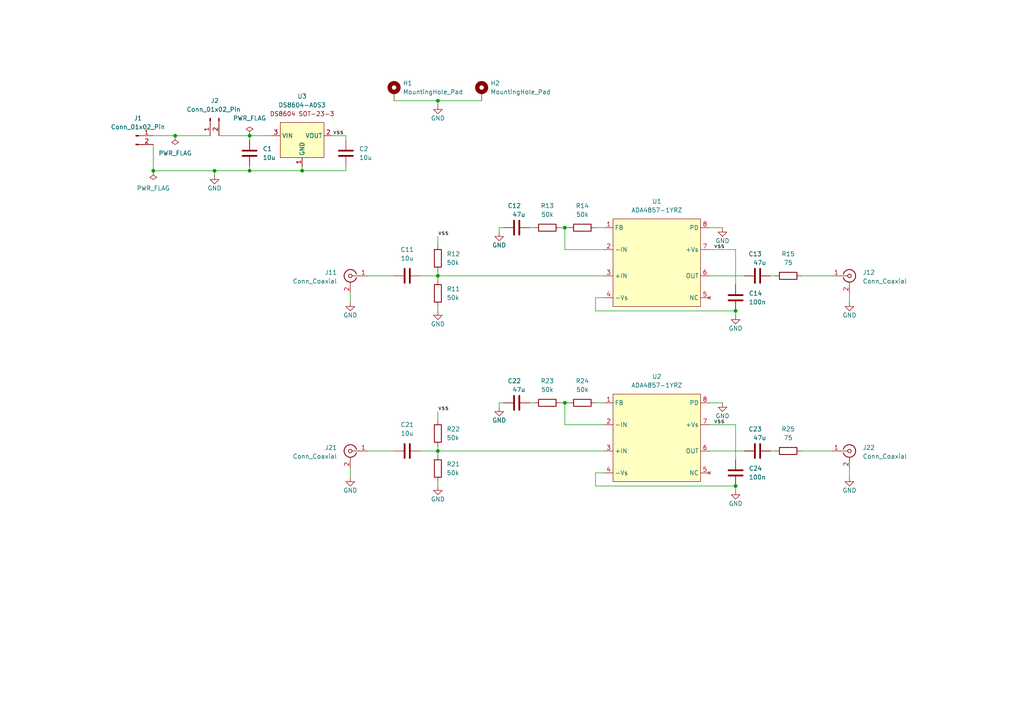
<source format=kicad_sch>
(kicad_sch (version 20230121) (generator eeschema)
  (paper "A4")
  (title_block (title "VHS ADA4857 Amp") (date "2024-01-03") (rev "A") (company "Rene Wolf") (comment 1 "CC BY-SA 4.0"))
  (lib_symbols
    (symbol "Connector:Conn_01x02_Pin" (pin_names (offset 1.016) hide)
      (property "Reference" "J" (at 0 2.54 0))
      (property "Value" "Conn_01x02_Pin" (at 0 -5.08 0))
      (symbol "Conn_01x02_Pin_1_1"
        (polyline (pts (xy 1.27 -2.54) (xy 0.8636 -2.54)) (stroke (width 0.1524)))
        (polyline (pts (xy 1.27 0) (xy 0.8636 0)) (stroke (width 0.1524)))
        (rectangle (start 0.8636 -2.413) (end 0 -2.667) (stroke (width 0.1524)) (fill (type outline)))
        (rectangle (start 0.8636 0.127) (end 0 -0.127) (stroke (width 0.1524)) (fill (type outline)))
        (pin passive line (at 5.08 0 180) (length 3.81) (name "Pin_1") (number "1"))
        (pin passive line (at 5.08 -2.54 180) (length 3.81) (name "Pin_2") (number "2"))
      )
    )
    (symbol "Connector:Conn_Coaxial" (pin_names (offset 1.016) hide)
      (property "Reference" "J" (at 0.254 3.048 0))
      (property "Value" "Conn_Coaxial" (at 2.921 0 90))
      (symbol "Conn_Coaxial_0_1"
        (arc (start -1.778 -0.508) (mid 0.2311 -1.8066) (end 1.778 0) (stroke (width 0.254)))
        (polyline (pts (xy -2.54 0) (xy -0.508 0)))
        (polyline (pts (xy 0 -2.54) (xy 0 -1.778)))
        (circle (center 0 0) (radius 0.508) (stroke (width 0.2032)))
        (arc (start 1.778 0) (mid 0.2099 1.8101) (end -1.778 0.508) (stroke (width 0.254)))
      )
      (symbol "Conn_Coaxial_1_1"
        (pin passive line (at -5.08 0 0) (length 2.54) (name "In") (number "1"))
        (pin passive line (at 0 -5.08 90) (length 2.54) (name "Ext") (number "2"))
      )
    )
    (symbol "DS8604:DS8604-XXS3"
      (property "Reference" "U" (at 0 2.54 0))
      (symbol "DS8604-XXS3_1_1"
        (rectangle (start -6.35 5.08) (end 6.35 -5.08) (fill (type background)))
        (text "DS8604 SOT-23-3" (at 0 7.62 0) (effects (font (size 1.27 1.27))))
        (pin power_in line (at 0 -7.62 90) (length 2.54) (name "GND") (number "1"))
        (pin power_out line (at 8.89 1.27 180) (length 2.54) (name "VOUT") (number "2"))
        (pin power_in line (at -8.89 1.27 0) (length 2.54) (name "VIN") (number "3"))
      )
    )
    (symbol "Device:C" (pin_numbers hide) (pin_names (offset 0.254))
      (property "Reference" "C" (at 0.635 2.54 0))
      (property "Value" "C" (at 0.635 -2.54 0))
      (symbol "C_0_1"
        (polyline (pts (xy -2.032 -0.762) (xy 2.032 -0.762)) (stroke (width 0.508)))
        (polyline (pts (xy -2.032 0.762) (xy 2.032 0.762)) (stroke (width 0.508)))
      )
      (symbol "C_1_1"
        (pin passive line (at 0 3.81 270) (length 2.794) (name "~") (number "1"))
        (pin passive line (at 0 -3.81 90) (length 2.794) (name "~") (number "2"))
      )
    )
    (symbol "Device:R" (pin_numbers hide) (pin_names (offset 0))
      (property "Reference" "R" (at 2.032 0 90))
      (property "Value" "R" (at 0 0 90))
      (symbol "R_0_1"
        (rectangle (start -1.016 -2.54) (end 1.016 2.54) (stroke (width 0.254)))
      )
      (symbol "R_1_1"
        (pin passive line (at 0 3.81 270) (length 1.27) (name "~") (number "1"))
        (pin passive line (at 0 -3.81 90) (length 1.27) (name "~") (number "2"))
      )
    )
    (symbol "Mechanical:MountingHole_Pad" (pin_numbers hide) (pin_names (offset 1.016) hide)
      (property "Reference" "H" (at 0 6.35 0))
      (property "Value" "MountingHole_Pad" (at 0 4.445 0))
      (symbol "MountingHole_Pad_0_1"
        (circle (center 0 1.27) (radius 1.27) (stroke (width 1.27)))
      )
      (symbol "MountingHole_Pad_1_1"
        (pin input line (at 0 -2.54 90) (length 2.54) (name "1") (number "1"))
      )
    )
    (symbol "ada4857:ADA4857-1YRZ"
      (property "Reference" "U" (at 0 2.54 0))
      (property "Value" "ADA4857-1YRZ" (at 0 -2.54 0))
      (symbol "ADA4857-1YRZ_1_1"
        (rectangle (start -12.7 12.7) (end 12.7 -12.7) (fill (type background)))
        (pin output line (at -15.24 10.16 0) (length 2.54) (name "FB") (number "1"))
        (pin input line (at -15.24 3.81 0) (length 2.54) (name "-IN") (number "2"))
        (pin input line (at -15.24 -3.81 0) (length 2.54) (name "+IN") (number "3"))
        (pin power_in line (at -15.24 -10.16 0) (length 2.54) (name "-Vs") (number "4"))
        (pin no_connect line (at 15.24 -10.16 180) (length 2.54) (name "NC") (number "5"))
        (pin output line (at 15.24 -3.81 180) (length 2.54) (name "OUT") (number "6"))
        (pin power_in line (at 15.24 3.81 180) (length 2.54) (name "+Vs") (number "7"))
        (pin input line (at 15.24 10.16 180) (length 2.54) (name "PD") (number "8"))
      )
    )
    (symbol "power:GND" (power) (pin_names (offset 0))
      (property "Value" "GND" (at 0 -3.81 0))
      (symbol "GND_0_1"
        (polyline (pts (xy 0 0) (xy 0 -1.27) (xy 1.27 -1.27) (xy 0 -2.54) (xy -1.27 -1.27) (xy 0 -1.27)))
      )
      (symbol "GND_1_1"
        (pin power_in line (at 0 0 270) (length 0) hide (name "GND") (number "1"))
      )
    )
    (symbol "power:PWR_FLAG" (power) (pin_numbers hide) (pin_names (offset 0) hide)
      (property "Value" "PWR_FLAG" (at 0 3.81 0))
      (symbol "PWR_FLAG_0_0"
        (pin power_out line (at 0 0 90) (length 0) (name "pwr") (number "1"))
      )
      (symbol "PWR_FLAG_0_1"
        (polyline (pts (xy 0 0) (xy 0 1.27) (xy -1.016 1.905) (xy 0 2.54) (xy 1.016 1.905) (xy 0 1.27)))
      )
    )
  )
  (junction (at 127 80.01))
  (junction (at 127 29.21))
  (junction (at 213.36 140.97))
  (junction (at 44.45 49.53))
  (junction (at 87.63 49.53))
  (junction (at 72.39 39.37))
  (junction (at 62.23 49.53))
  (junction (at 163.83 116.84))
  (junction (at 72.39 49.53))
  (junction (at 127 130.81))
  (junction (at 213.36 90.17))
  (junction (at 163.83 66.04))
  (junction (at 50.8 39.37))
  (wire (pts (xy 162.56 116.84) (xy 163.83 116.84)))
  (wire (pts (xy 62.23 49.53) (xy 62.23 50.8)))
  (wire (pts (xy 127 80.01) (xy 175.26 80.01)))
  (wire (pts (xy 223.52 80.01) (xy 224.79 80.01)))
  (wire (pts (xy 175.26 72.39) (xy 163.83 72.39)))
  (wire (pts (xy 127 130.81) (xy 175.26 130.81)))
  (wire (pts (xy 213.36 90.17) (xy 213.36 91.44)))
  (wire (pts (xy 127 80.01) (xy 127 81.28)))
  (wire (pts (xy 146.05 116.84) (xy 144.78 116.84)))
  (wire (pts (xy 213.36 82.55) (xy 213.36 72.39)))
  (wire (pts (xy 163.83 116.84) (xy 163.83 123.19)))
  (wire (pts (xy 163.83 123.19) (xy 175.26 123.19)))
  (wire (pts (xy 223.52 130.81) (xy 224.79 130.81)))
  (wire (pts (xy 121.92 130.81) (xy 127 130.81)))
  (wire (pts (xy 146.05 66.04) (xy 144.78 66.04)))
  (wire (pts (xy 213.36 90.17) (xy 172.72 90.17)))
  (wire (pts (xy 87.63 49.53) (xy 100.33 49.53)))
  (wire (pts (xy 213.36 140.97) (xy 213.36 142.24)))
  (wire (pts (xy 175.26 137.16) (xy 172.72 137.16)))
  (wire (pts (xy 213.36 133.35) (xy 213.36 123.19)))
  (wire (pts (xy 96.52 39.37) (xy 100.33 39.37)))
  (wire (pts (xy 101.6 85.09) (xy 101.6 87.63)))
  (wire (pts (xy 163.83 116.84) (xy 165.1 116.84)))
  (wire (pts (xy 172.72 116.84) (xy 175.26 116.84)))
  (wire (pts (xy 246.38 85.09) (xy 246.38 87.63)))
  (wire (pts (xy 172.72 66.04) (xy 175.26 66.04)))
  (wire (pts (xy 144.78 66.04) (xy 144.78 67.31)))
  (wire (pts (xy 163.83 66.04) (xy 165.1 66.04)))
  (wire (pts (xy 232.41 130.81) (xy 241.3 130.81)))
  (wire (pts (xy 44.45 41.91) (xy 44.45 49.53)))
  (wire (pts (xy 205.74 66.04) (xy 209.55 66.04)))
  (wire (pts (xy 153.67 66.04) (xy 154.94 66.04)))
  (wire (pts (xy 100.33 48.26) (xy 100.33 49.53)))
  (wire (pts (xy 127 129.54) (xy 127 130.81)))
  (wire (pts (xy 106.68 130.81) (xy 114.3 130.81)))
  (wire (pts (xy 127 88.9) (xy 127 90.17)))
  (wire (pts (xy 153.67 116.84) (xy 154.94 116.84)))
  (wire (pts (xy 72.39 49.53) (xy 87.63 49.53)))
  (wire (pts (xy 205.74 130.81) (xy 215.9 130.81)))
  (wire (pts (xy 44.45 49.53) (xy 62.23 49.53)))
  (wire (pts (xy 246.38 135.89) (xy 246.38 138.43)))
  (wire (pts (xy 72.39 39.37) (xy 72.39 40.64)))
  (wire (pts (xy 205.74 80.01) (xy 215.9 80.01)))
  (wire (pts (xy 172.72 140.97) (xy 213.36 140.97)))
  (wire (pts (xy 101.6 135.89) (xy 101.6 138.43)))
  (wire (pts (xy 100.33 39.37) (xy 100.33 40.64)))
  (wire (pts (xy 63.5 39.37) (xy 72.39 39.37)))
  (wire (pts (xy 127 29.21) (xy 139.7 29.21)))
  (wire (pts (xy 127 78.74) (xy 127 80.01)))
  (wire (pts (xy 127 29.21) (xy 127 30.48)))
  (wire (pts (xy 172.72 137.16) (xy 172.72 140.97)))
  (wire (pts (xy 127 130.81) (xy 127 132.08)))
  (wire (pts (xy 127 139.7) (xy 127 140.97)))
  (wire (pts (xy 72.39 48.26) (xy 72.39 49.53)))
  (wire (pts (xy 62.23 49.53) (xy 72.39 49.53)))
  (wire (pts (xy 162.56 66.04) (xy 163.83 66.04)))
  (wire (pts (xy 44.45 39.37) (xy 50.8 39.37)))
  (wire (pts (xy 72.39 39.37) (xy 78.74 39.37)))
  (wire (pts (xy 127 119.38) (xy 127 121.92)))
  (wire (pts (xy 175.26 86.36) (xy 172.72 86.36)))
  (wire (pts (xy 205.74 116.84) (xy 209.55 116.84)))
  (wire (pts (xy 106.68 80.01) (xy 114.3 80.01)))
  (wire (pts (xy 205.74 72.39) (xy 213.36 72.39)))
  (wire (pts (xy 232.41 80.01) (xy 241.3 80.01)))
  (wire (pts (xy 87.63 48.26) (xy 87.63 49.53)))
  (wire (pts (xy 114.3 29.21) (xy 127 29.21)))
  (wire (pts (xy 121.92 80.01) (xy 127 80.01)))
  (wire (pts (xy 172.72 86.36) (xy 172.72 90.17)))
  (wire (pts (xy 50.8 39.37) (xy 60.96 39.37)))
  (wire (pts (xy 144.78 116.84) (xy 144.78 118.11)))
  (wire (pts (xy 163.83 66.04) (xy 163.83 72.39)))
  (wire (pts (xy 127 68.58) (xy 127 71.12)))
  (wire (pts (xy 205.74 123.19) (xy 213.36 123.19)))
  (label "vss" (at 96.52 39.37 0))
  (label "vss" (at 127 119.38 0))
  (label "vss" (at 127 68.58 0))
  (label "vss" (at 207.01 72.39 0))
  (label "vss" (at 207.01 123.19 0))
  (symbol (lib_id "power:GND") (at 127 90.17 0) (unit 1)
    (property "Reference" "#PWR06" (effects hide))
    (property "Value" "GND" (at 127 93.98 0))
  )
  (symbol (lib_id "power:GND") (at 144.78 118.11 0) (unit 1)
    (property "Reference" "#PWR09" (effects hide))
    (property "Value" "GND" (at 144.78 121.92 0))
  )
  (symbol (lib_id "Device:C") (at 72.39 44.45 0) (unit 1)
    (property "Reference" "C1" (at 76.2 43.18 0) (effects (justify left)))
    (property "Value" "10u" (at 76.2 45.72 0) (effects (justify left)))
    (property "Footprint" "Capacitor_SMD:C_0603_1608Metric" (effects hide))
    (property "MFR.Part" "CL10A106MA8NRNC" (effects hide))
    (property "LCSC" "C96446" (effects hide))
  )
  (symbol (lib_id "Device:C") (at 213.36 86.36 0) (unit 1)
    (property "Reference" "C14" (at 217.17 85.09 0) (effects (justify left)))
    (property "Value" "100n" (at 217.17 87.63 0) (effects (justify left)))
    (property "Footprint" "Capacitor_SMD:C_0603_1608Metric" (effects hide))
    (property "MFR.Part" "CC0603KRX7R9BB104" (effects hide))
    (property "LCSC" "C14663" (effects hide))
  )
  (symbol (lib_id "Device:R") (at 168.91 116.84 90) (unit 1) (in_bom no)
    (property "Reference" "R24" (at 168.91 110.49 90))
    (property "Value" "50k" (at 168.91 113.03 90))
    (property "Footprint" "Resistor_SMD:R_0805_2012Metric_Pad1.20x1.40mm_HandSolder" (effects hide))
  )
  (symbol (lib_id "Device:C") (at 219.71 80.01 270) (mirror x) (unit 1)
    (property "Reference" "C13" (at 220.98 73.66 90) (effects (justify right)))
    (property "Value" "47u" (at 222.25 76.2 90) (effects (justify right)))
    (property "Footprint" "Capacitor_SMD:C_1206_3216Metric" (effects hide))
    (property "LCSC" "C96123" (effects hide))
    (property "MFR.Part" "CL31A476MPHNNNE" (effects hide))
  )
  (symbol (lib_id "Device:R") (at 127 85.09 0) (unit 1) (in_bom no)
    (property "Reference" "R11" (at 129.54 83.82 0) (effects (justify left)))
    (property "Value" "50k" (at 129.54 86.36 0) (effects (justify left)))
    (property "Footprint" "Resistor_SMD:R_0805_2012Metric_Pad1.20x1.40mm_HandSolder" (effects hide))
  )
  (symbol (lib_id "Device:C") (at 149.86 116.84 270) (mirror x) (unit 1)
    (property "Reference" "C22" (at 151.13 110.49 90) (effects (justify right)))
    (property "Value" "47u" (at 152.4 113.03 90) (effects (justify right)))
    (property "Footprint" "Capacitor_SMD:C_1206_3216Metric" (effects hide))
    (property "LCSC" "C96123" (effects hide))
    (property "MFR.Part" "CL31A476MPHNNNE" (effects hide))
  )
  (symbol (lib_id "power:GND") (at 62.23 50.8 0) (unit 1)
    (property "Reference" "#PWR05" (effects hide))
    (property "Value" "GND" (at 62.23 54.61 0))
  )
  (symbol (lib_id "power:GND") (at 246.38 138.43 0) (unit 1)
    (property "Reference" "#PWR012" (effects hide))
    (property "Value" "GND" (at 246.38 142.24 0))
  )
  (symbol (lib_id "Device:C") (at 149.86 66.04 270) (mirror x) (unit 1)
    (property "Reference" "C12" (at 151.13 59.69 90) (effects (justify right)))
    (property "Value" "47u" (at 152.4 62.23 90) (effects (justify right)))
    (property "Footprint" "Capacitor_SMD:C_1206_3216Metric" (effects hide))
    (property "LCSC" "C96123" (effects hide))
    (property "MFR.Part" "CL31A476MPHNNNE" (effects hide))
  )
  (symbol (lib_id "ada4857:ADA4857-1YRZ") (at 190.5 127 0) (unit 1)
    (property "Reference" "U2" (at 190.5 109.22 0))
    (property "Value" "ADA4857-1YRZ" (at 190.5 111.76 0))
    (property "Footprint" "Package_SO:SOIC-8_3.9x4.9mm_P1.27mm" (effects hide))
    (property "Datasheet" "https://www.analog.com/media/en/technical-documentation/data-sheets/ADA4857-1_4857-2.pdf" (effects hide))
    (property "LCSC" "C208021" (effects hide))
    (property "MFR.Part" "ADA4857-1YRZ" (effects hide))
  )
  (symbol (lib_id "power:GND") (at 213.36 91.44 0) (unit 1)
    (property "Reference" "#PWR01" (effects hide))
    (property "Value" "GND" (at 213.36 95.25 0))
  )
  (symbol (lib_id "Connector:Conn_Coaxial") (at 246.38 80.01 0) (unit 1) (in_bom no)
    (property "Reference" "J12" (at 250.19 79.0332 0) (effects (justify left)))
    (property "Value" "Conn_Coaxial" (at 250.19 81.5732 0) (effects (justify left)))
    (property "Footprint" "Connector_Coaxial:SMA_Samtec_SMA-J-P-X-ST-EM1_EdgeMount" (effects hide))
    (property "Datasheet" " ~" (effects hide))
  )
  (symbol (lib_id "Device:R") (at 228.6 130.81 90) (unit 1)
    (property "Reference" "R25" (at 228.6 124.46 90))
    (property "Value" "75" (at 228.6 127 90))
    (property "Footprint" "Resistor_SMD:R_0603_1608Metric" (effects hide))
    (property "MFR.Part" "0603WAF750JT5E" (effects hide))
    (property "LCSC" "C4275" (effects hide))
  )
  (symbol (lib_id "Connector:Conn_Coaxial") (at 246.38 130.81 0) (unit 1) (in_bom no)
    (property "Reference" "J22" (at 250.19 129.8332 0) (effects (justify left)))
    (property "Value" "Conn_Coaxial" (at 250.19 132.3732 0) (effects (justify left)))
    (property "Footprint" "Connector_Coaxial:SMA_Samtec_SMA-J-P-X-ST-EM1_EdgeMount" (effects hide))
    (property "Datasheet" " ~" (effects hide))
  )
  (symbol (lib_id "power:GND") (at 144.78 67.31 0) (unit 1)
    (property "Reference" "#PWR08" (effects hide))
    (property "Value" "GND" (at 144.78 71.12 0))
  )
  (symbol (lib_id "power:GND") (at 101.6 87.63 0) (unit 1)
    (property "Reference" "#PWR010" (effects hide))
    (property "Value" "GND" (at 101.6 91.44 0))
  )
  (symbol (lib_id "power:PWR_FLAG") (at 72.39 39.37 0) (unit 1)
    (property "Reference" "#FLG03" (effects hide))
    (property "Value" "PWR_FLAG" (at 72.39 34.29 0))
  )
  (symbol (lib_id "Device:R") (at 228.6 80.01 90) (unit 1)
    (property "Reference" "R15" (at 228.6 73.66 90))
    (property "Value" "75" (at 228.6 76.2 90))
    (property "Footprint" "Resistor_SMD:R_0603_1608Metric" (effects hide))
    (property "MFR.Part" "0603WAF750JT5E" (effects hide))
    (property "LCSC" "C4275" (effects hide))
  )
  (symbol (lib_id "Connector:Conn_01x02_Pin") (at 39.37 39.37 0) (unit 1) (in_bom no)
    (property "Reference" "J1" (at 40.005 34.29 0))
    (property "Value" "Conn_01x02_Pin" (at 40.005 36.83 0))
    (property "Footprint" "Connector_PinHeader_2.54mm:PinHeader_1x02_P2.54mm_Vertical" (effects hide))
  )
  (symbol (lib_id "Device:C") (at 118.11 130.81 90) (unit 1)
    (property "Reference" "C21" (at 118.11 123.19 90))
    (property "Value" "10u" (at 118.11 125.73 90))
    (property "Footprint" "Capacitor_SMD:C_0603_1608Metric" (effects hide))
    (property "MFR.Part" "CL10A106MA8NRNC" (effects hide))
    (property "LCSC" "C96446" (effects hide))
  )
  (symbol (lib_id "Device:C") (at 100.33 44.45 0) (unit 1)
    (property "Reference" "C2" (at 104.14 43.18 0) (effects (justify left)))
    (property "Value" "10u" (at 104.14 45.72 0) (effects (justify left)))
    (property "Footprint" "Capacitor_SMD:C_0603_1608Metric" (effects hide))
    (property "MFR.Part" "CL10A106MA8NRNC" (effects hide))
    (property "LCSC" "C96446" (effects hide))
  )
  (symbol (lib_id "ada4857:ADA4857-1YRZ") (at 190.5 76.2 0) (unit 1)
    (property "Reference" "U1" (at 190.5 58.42 0))
    (property "Value" "ADA4857-1YRZ" (at 190.5 60.96 0))
    (property "Footprint" "Package_SO:SOIC-8_3.9x4.9mm_P1.27mm" (effects hide))
    (property "Datasheet" "https://www.analog.com/media/en/technical-documentation/data-sheets/ADA4857-1_4857-2.pdf" (effects hide))
    (property "LCSC" "C208021" (effects hide))
    (property "MFR.Part" "ADA4857-1YRZ" (effects hide))
  )
  (symbol (lib_id "Device:R") (at 168.91 66.04 90) (unit 1) (in_bom no)
    (property "Reference" "R14" (at 168.91 59.69 90))
    (property "Value" "50k" (at 168.91 62.23 90))
    (property "Footprint" "Resistor_SMD:R_0805_2012Metric_Pad1.20x1.40mm_HandSolder" (effects hide))
  )
  (symbol (lib_id "power:GND") (at 127 30.48 0) (unit 1)
    (property "Reference" "#PWR014" (effects hide))
    (property "Value" "GND" (at 127 34.29 0))
  )
  (symbol (lib_id "power:PWR_FLAG") (at 50.8 39.37 180) (unit 1)
    (property "Reference" "#FLG02" (effects hide))
    (property "Value" "PWR_FLAG" (at 50.8 44.45 0))
  )
  (symbol (lib_id "Device:C") (at 213.36 137.16 0) (unit 1)
    (property "Reference" "C24" (at 217.17 135.89 0) (effects (justify left)))
    (property "Value" "100n" (at 217.17 138.43 0) (effects (justify left)))
    (property "Footprint" "Capacitor_SMD:C_0603_1608Metric" (effects hide))
    (property "MFR.Part" "CC0603KRX7R9BB104" (effects hide))
    (property "LCSC" "C14663" (effects hide))
  )
  (symbol (lib_id "power:GND") (at 246.38 87.63 0) (unit 1)
    (property "Reference" "#PWR011" (effects hide))
    (property "Value" "GND" (at 246.38 91.44 0))
  )
  (symbol (lib_id "Connector:Conn_Coaxial") (at 101.6 80.01 0) (mirror y) (unit 1) (in_bom no)
    (property "Reference" "J11" (at 97.79 79.0332 0) (effects (justify left)))
    (property "Value" "Conn_Coaxial" (at 97.79 81.5732 0) (effects (justify left)))
    (property "Footprint" "Connector_Coaxial:SMA_Samtec_SMA-J-P-X-ST-EM1_EdgeMount" (effects hide))
    (property "Datasheet" " ~" (effects hide))
  )
  (symbol (lib_id "power:PWR_FLAG") (at 44.45 49.53 180) (unit 1)
    (property "Reference" "#FLG01" (effects hide))
    (property "Value" "PWR_FLAG" (at 44.45 54.61 0))
  )
  (symbol (lib_id "power:GND") (at 209.55 66.04 0) (unit 1)
    (property "Reference" "#PWR03" (effects hide))
    (property "Value" "GND" (at 209.55 69.85 0))
  )
  (symbol (lib_id "Device:R") (at 127 135.89 0) (unit 1) (in_bom no)
    (property "Reference" "R21" (at 129.54 134.62 0) (effects (justify left)))
    (property "Value" "50k" (at 129.54 137.16 0) (effects (justify left)))
    (property "Footprint" "Resistor_SMD:R_0805_2012Metric_Pad1.20x1.40mm_HandSolder" (effects hide))
  )
  (symbol (lib_id "Device:R") (at 158.75 66.04 90) (unit 1) (in_bom no)
    (property "Reference" "R13" (at 158.75 59.69 90))
    (property "Value" "50k" (at 158.75 62.23 90))
    (property "Footprint" "Resistor_SMD:R_0805_2012Metric_Pad1.20x1.40mm_HandSolder" (effects hide))
  )
  (symbol (lib_id "power:GND") (at 127 140.97 0) (unit 1)
    (property "Reference" "#PWR07" (effects hide))
    (property "Value" "GND" (at 127 144.78 0))
  )
  (symbol (lib_id "Device:R") (at 127 125.73 0) (unit 1) (in_bom no)
    (property "Reference" "R22" (at 129.54 124.46 0) (effects (justify left)))
    (property "Value" "50k" (at 129.54 127 0) (effects (justify left)))
    (property "Footprint" "Resistor_SMD:R_0805_2012Metric_Pad1.20x1.40mm_HandSolder" (effects hide))
  )
  (symbol (lib_id "Device:C") (at 118.11 80.01 90) (unit 1)
    (property "Reference" "C11" (at 118.11 72.39 90))
    (property "Value" "10u" (at 118.11 74.93 90))
    (property "Footprint" "Capacitor_SMD:C_0603_1608Metric" (effects hide))
    (property "MFR.Part" "CL10A106MA8NRNC" (effects hide))
    (property "LCSC" "C96446" (effects hide))
  )
  (symbol (lib_id "power:GND") (at 213.36 142.24 0) (unit 1)
    (property "Reference" "#PWR02" (effects hide))
    (property "Value" "GND" (at 213.36 146.05 0))
  )
  (symbol (lib_id "power:GND") (at 101.6 138.43 0) (unit 1)
    (property "Reference" "#PWR013" (effects hide))
    (property "Value" "GND" (at 101.6 142.24 0))
  )
  (symbol (lib_id "Mechanical:MountingHole_Pad") (at 114.3 26.67 0) (unit 1) (in_bom no)
    (property "Reference" "H1" (at 116.84 24.13 0) (effects (justify left)))
    (property "Value" "MountingHole_Pad" (at 116.84 26.67 0) (effects (justify left)))
    (property "Footprint" "MountingHole:MountingHole_3.2mm_M3_ISO14580_Pad" (effects hide))
  )
  (symbol (lib_id "Connector:Conn_01x02_Pin") (at 60.96 34.29 90) (mirror x) (unit 1) (in_bom no)
    (property "Reference" "J2" (at 63.5 29.21 90) (effects (justify left)))
    (property "Value" "Conn_01x02_Pin" (at 69.85 31.75 90) (effects (justify left)))
    (property "Footprint" "custom:zener_THT_P2.54mm" (effects hide))
  )
  (symbol (lib_id "Connector:Conn_Coaxial") (at 101.6 130.81 0) (mirror y) (unit 1) (in_bom no)
    (property "Reference" "J21" (at 97.79 129.8332 0) (effects (justify left)))
    (property "Value" "Conn_Coaxial" (at 97.79 132.3732 0) (effects (justify left)))
    (property "Footprint" "Connector_Coaxial:SMA_Samtec_SMA-J-P-X-ST-EM1_EdgeMount" (effects hide))
    (property "Datasheet" " ~" (effects hide))
  )
  (symbol (lib_id "DS8604:DS8604-XXS3") (at 87.63 40.64 0) (unit 1)
    (property "Reference" "U3" (at 87.63 27.94 0))
    (property "Value" "DS8604-A0S3" (at 87.63 30.48 0))
    (property "Footprint" "Package_TO_SOT_SMD:SOT-23-3" (effects hide))
    (property "Datasheet" "https://jlcpcb.com/f89b283c-496b-4e21-ade4-1b47c1272a77" (effects hide))
    (property "LCSC" "C5884205" (effects hide))
    (property "MFR.Part" "DS8604-A0S3" (effects hide))
  )
  (symbol (lib_id "Mechanical:MountingHole_Pad") (at 139.7 26.67 0) (unit 1) (in_bom no)
    (property "Reference" "H2" (at 142.24 24.13 0) (effects (justify left)))
    (property "Value" "MountingHole_Pad" (at 142.24 26.67 0) (effects (justify left)))
    (property "Footprint" "MountingHole:MountingHole_3.2mm_M3_ISO14580_Pad" (effects hide))
  )
  (symbol (lib_id "power:GND") (at 209.55 116.84 0) (unit 1)
    (property "Reference" "#PWR04" (effects hide))
    (property "Value" "GND" (at 209.55 120.65 0))
  )
  (symbol (lib_id "Device:C") (at 219.71 130.81 270) (mirror x) (unit 1)
    (property "Reference" "C23" (at 220.98 124.46 90) (effects (justify right)))
    (property "Value" "47u" (at 222.25 127 90) (effects (justify right)))
    (property "Footprint" "Capacitor_SMD:C_1206_3216Metric" (effects hide))
    (property "LCSC" "C96123" (effects hide))
    (property "MFR.Part" "CL31A476MPHNNNE" (effects hide))
  )
  (symbol (lib_id "Device:R") (at 127 74.93 0) (unit 1) (in_bom no)
    (property "Reference" "R12" (at 129.54 73.66 0) (effects (justify left)))
    (property "Value" "50k" (at 129.54 76.2 0) (effects (justify left)))
    (property "Footprint" "Resistor_SMD:R_0805_2012Metric_Pad1.20x1.40mm_HandSolder" (effects hide))
  )
  (symbol (lib_id "Device:R") (at 158.75 116.84 90) (unit 1) (in_bom no)
    (property "Reference" "R23" (at 158.75 110.49 90))
    (property "Value" "50k" (at 158.75 113.03 90))
    (property "Footprint" "Resistor_SMD:R_0805_2012Metric_Pad1.20x1.40mm_HandSolder" (effects hide))
  )
)
</source>
